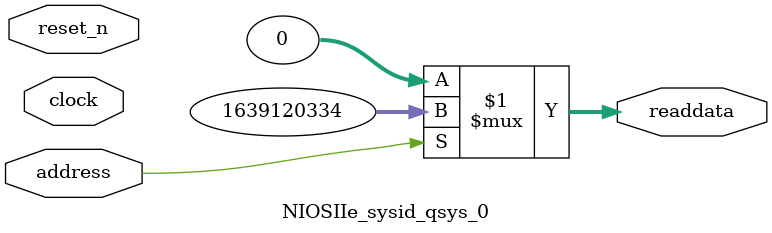
<source format=v>



// synthesis translate_off
`timescale 1ns / 1ps
// synthesis translate_on

// turn off superfluous verilog processor warnings 
// altera message_level Level1 
// altera message_off 10034 10035 10036 10037 10230 10240 10030 

module NIOSIIe_sysid_qsys_0 (
               // inputs:
                address,
                clock,
                reset_n,

               // outputs:
                readdata
             )
;

  output  [ 31: 0] readdata;
  input            address;
  input            clock;
  input            reset_n;

  wire    [ 31: 0] readdata;
  //control_slave, which is an e_avalon_slave
  assign readdata = address ? 1639120334 : 0;

endmodule



</source>
